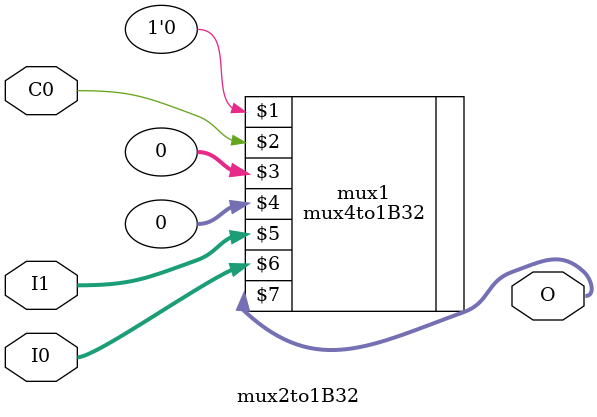
<source format=sv>
module mux2to1B32 (input logic C0, input logic [31:0] I1, 
	input logic [31:0] I0, output logic [31:0] O);

   mux4to1B32 mux1(1'b0, C0, 32'b0, 32'b0, I1, I0, O);
	
endmodule
</source>
